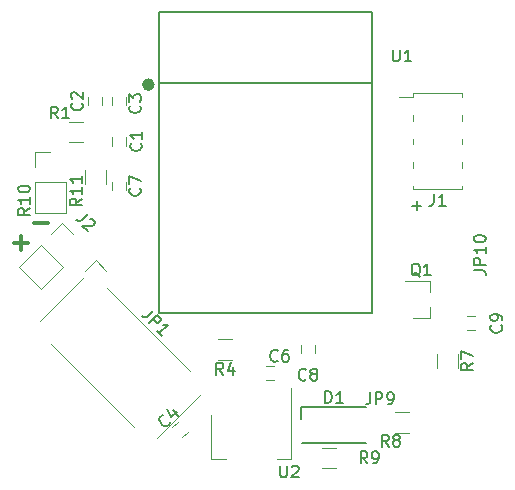
<source format=gbr>
G04 #@! TF.GenerationSoftware,KiCad,Pcbnew,no-vcs-found-33e0758~58~ubuntu16.04.1*
G04 #@! TF.CreationDate,2018-05-09T13:31:26+02:00*
G04 #@! TF.ProjectId,dropbuzzer,64726F7062757A7A65722E6B69636164,rev?*
G04 #@! TF.FileFunction,Legend,Top*
G04 #@! TF.FilePolarity,Positive*
%FSLAX46Y46*%
G04 Gerber Fmt 4.6, Leading zero omitted, Abs format (unit mm)*
G04 Created by KiCad (PCBNEW no-vcs-found-33e0758~58~ubuntu16.04.1) date Wed May  9 13:31:26 2018*
%MOMM*%
%LPD*%
G01*
G04 APERTURE LIST*
%ADD10C,0.100000*%
%ADD11C,0.300000*%
%ADD12C,0.120000*%
%ADD13C,0.500000*%
%ADD14C,0.150000*%
G04 APERTURE END LIST*
D10*
D11*
X99628571Y-80707142D02*
X100771428Y-80707142D01*
X98492857Y-81828571D02*
X98492857Y-82971428D01*
X97921428Y-82400000D02*
X99064285Y-82400000D01*
D12*
X99670000Y-74670000D02*
X101000000Y-74670000D01*
X99670000Y-76000000D02*
X99670000Y-74670000D01*
X99670000Y-77270000D02*
X102330000Y-77270000D01*
X102330000Y-77270000D02*
X102330000Y-79870000D01*
X99670000Y-77270000D02*
X99670000Y-79870000D01*
X99670000Y-79870000D02*
X102330000Y-79870000D01*
D13*
X109577981Y-68996000D02*
G75*
G03X109577981Y-68996000I-283981J0D01*
G01*
D14*
X128200000Y-68850000D02*
X110200000Y-68850000D01*
X110200000Y-62850000D02*
X110200000Y-88350000D01*
X128200000Y-62850000D02*
X128200000Y-88350000D01*
X128200000Y-88350000D02*
X110200000Y-88350000D01*
X128200000Y-62850000D02*
X110200000Y-62850000D01*
D12*
X135860000Y-75560000D02*
X135860000Y-76040000D01*
X131740000Y-75560000D02*
X131740000Y-76040000D01*
X135860000Y-73560000D02*
X135860000Y-74040000D01*
X131740000Y-73560000D02*
X131740000Y-74040000D01*
X135860000Y-71560000D02*
X135860000Y-72040000D01*
X131740000Y-71560000D02*
X131740000Y-72040000D01*
X135860000Y-77560000D02*
X135860000Y-77860000D01*
X131740000Y-77560000D02*
X131740000Y-77860000D01*
X135860000Y-69740000D02*
X135860000Y-70040000D01*
X131740000Y-69740000D02*
X131740000Y-70040000D01*
X130485000Y-70040000D02*
X131740000Y-70040000D01*
X131740000Y-77860000D02*
X135860000Y-77860000D01*
X131740000Y-69740000D02*
X135860000Y-69740000D01*
X107400000Y-73450000D02*
X107400000Y-74150000D01*
X106200000Y-74150000D02*
X106200000Y-73450000D01*
X105400000Y-70050000D02*
X105400000Y-70750000D01*
X104200000Y-70750000D02*
X104200000Y-70050000D01*
X106200000Y-70750000D02*
X106200000Y-70050000D01*
X107400000Y-70050000D02*
X107400000Y-70750000D01*
X111328249Y-98023223D02*
X111823223Y-97528249D01*
X112671751Y-98376777D02*
X112176777Y-98871751D01*
X119250000Y-92800000D02*
X119950000Y-92800000D01*
X119950000Y-94000000D02*
X119250000Y-94000000D01*
X107400000Y-77250000D02*
X107400000Y-77950000D01*
X106200000Y-77950000D02*
X106200000Y-77250000D01*
X123400000Y-91050000D02*
X123400000Y-91750000D01*
X122200000Y-91750000D02*
X122200000Y-91050000D01*
X136250000Y-88600000D02*
X136950000Y-88600000D01*
X136950000Y-89800000D02*
X136250000Y-89800000D01*
D14*
X122200000Y-97300000D02*
X122200000Y-96300000D01*
X127700000Y-96300000D02*
X122200000Y-96300000D01*
X127700000Y-99300000D02*
X122300000Y-99300000D01*
D12*
X102000000Y-80719096D02*
X102940452Y-81659548D01*
X101059548Y-81659548D02*
X102000000Y-80719096D01*
X100161522Y-82557574D02*
X102042426Y-84438478D01*
X102042426Y-84438478D02*
X100203949Y-86276955D01*
X100161522Y-82557574D02*
X98323045Y-84396051D01*
X98323045Y-84396051D02*
X100203949Y-86276955D01*
X113732769Y-95195153D02*
X110055813Y-98872109D01*
X100156319Y-88972614D02*
X103833274Y-85295659D01*
X105813173Y-86214897D02*
X112813530Y-93215254D01*
X108075914Y-97952870D02*
X101075557Y-90952513D01*
X103903984Y-84800684D02*
X104823223Y-83881445D01*
X104823223Y-83881445D02*
X105742462Y-84800684D01*
X133160000Y-88780000D02*
X131700000Y-88780000D01*
X133160000Y-85620000D02*
X131000000Y-85620000D01*
X133160000Y-85620000D02*
X133160000Y-86550000D01*
X133160000Y-88780000D02*
X133160000Y-87850000D01*
X102600000Y-72120000D02*
X103800000Y-72120000D01*
X103800000Y-73880000D02*
X102600000Y-73880000D01*
X115200000Y-90520000D02*
X116400000Y-90520000D01*
X116400000Y-92280000D02*
X115200000Y-92280000D01*
X135480000Y-91800000D02*
X135480000Y-93000000D01*
X133720000Y-93000000D02*
X133720000Y-91800000D01*
X130200000Y-96720000D02*
X131400000Y-96720000D01*
X131400000Y-98480000D02*
X130200000Y-98480000D01*
X125200000Y-101480000D02*
X124000000Y-101480000D01*
X124000000Y-99720000D02*
X125200000Y-99720000D01*
X105680000Y-76200000D02*
X105680000Y-77400000D01*
X103920000Y-77400000D02*
X103920000Y-76200000D01*
X121410000Y-94700000D02*
X121410000Y-100710000D01*
X114590000Y-96950000D02*
X114590000Y-100710000D01*
X121410000Y-100710000D02*
X120150000Y-100710000D01*
X114590000Y-100710000D02*
X115850000Y-100710000D01*
D14*
X99252380Y-79442857D02*
X98776190Y-79776190D01*
X99252380Y-80014285D02*
X98252380Y-80014285D01*
X98252380Y-79633333D01*
X98300000Y-79538095D01*
X98347619Y-79490476D01*
X98442857Y-79442857D01*
X98585714Y-79442857D01*
X98680952Y-79490476D01*
X98728571Y-79538095D01*
X98776190Y-79633333D01*
X98776190Y-80014285D01*
X99252380Y-78490476D02*
X99252380Y-79061904D01*
X99252380Y-78776190D02*
X98252380Y-78776190D01*
X98395238Y-78871428D01*
X98490476Y-78966666D01*
X98538095Y-79061904D01*
X98252380Y-77871428D02*
X98252380Y-77776190D01*
X98300000Y-77680952D01*
X98347619Y-77633333D01*
X98442857Y-77585714D01*
X98633333Y-77538095D01*
X98871428Y-77538095D01*
X99061904Y-77585714D01*
X99157142Y-77633333D01*
X99204761Y-77680952D01*
X99252380Y-77776190D01*
X99252380Y-77871428D01*
X99204761Y-77966666D01*
X99157142Y-78014285D01*
X99061904Y-78061904D01*
X98871428Y-78109523D01*
X98633333Y-78109523D01*
X98442857Y-78061904D01*
X98347619Y-78014285D01*
X98300000Y-77966666D01*
X98252380Y-77871428D01*
X129995095Y-66035380D02*
X129995095Y-66844904D01*
X130042714Y-66940142D01*
X130090333Y-66987761D01*
X130185571Y-67035380D01*
X130376047Y-67035380D01*
X130471285Y-66987761D01*
X130518904Y-66940142D01*
X130566523Y-66844904D01*
X130566523Y-66035380D01*
X131566523Y-67035380D02*
X130995095Y-67035380D01*
X131280809Y-67035380D02*
X131280809Y-66035380D01*
X131185571Y-66178238D01*
X131090333Y-66273476D01*
X130995095Y-66321095D01*
X133466666Y-78252380D02*
X133466666Y-78966666D01*
X133419047Y-79109523D01*
X133323809Y-79204761D01*
X133180952Y-79252380D01*
X133085714Y-79252380D01*
X134466666Y-79252380D02*
X133895238Y-79252380D01*
X134180952Y-79252380D02*
X134180952Y-78252380D01*
X134085714Y-78395238D01*
X133990476Y-78490476D01*
X133895238Y-78538095D01*
X131619047Y-79271428D02*
X132380952Y-79271428D01*
X132000000Y-79652380D02*
X132000000Y-78890476D01*
X108657142Y-73966666D02*
X108704761Y-74014285D01*
X108752380Y-74157142D01*
X108752380Y-74252380D01*
X108704761Y-74395238D01*
X108609523Y-74490476D01*
X108514285Y-74538095D01*
X108323809Y-74585714D01*
X108180952Y-74585714D01*
X107990476Y-74538095D01*
X107895238Y-74490476D01*
X107800000Y-74395238D01*
X107752380Y-74252380D01*
X107752380Y-74157142D01*
X107800000Y-74014285D01*
X107847619Y-73966666D01*
X108752380Y-73014285D02*
X108752380Y-73585714D01*
X108752380Y-73300000D02*
X107752380Y-73300000D01*
X107895238Y-73395238D01*
X107990476Y-73490476D01*
X108038095Y-73585714D01*
X103657142Y-70566666D02*
X103704761Y-70614285D01*
X103752380Y-70757142D01*
X103752380Y-70852380D01*
X103704761Y-70995238D01*
X103609523Y-71090476D01*
X103514285Y-71138095D01*
X103323809Y-71185714D01*
X103180952Y-71185714D01*
X102990476Y-71138095D01*
X102895238Y-71090476D01*
X102800000Y-70995238D01*
X102752380Y-70852380D01*
X102752380Y-70757142D01*
X102800000Y-70614285D01*
X102847619Y-70566666D01*
X102847619Y-70185714D02*
X102800000Y-70138095D01*
X102752380Y-70042857D01*
X102752380Y-69804761D01*
X102800000Y-69709523D01*
X102847619Y-69661904D01*
X102942857Y-69614285D01*
X103038095Y-69614285D01*
X103180952Y-69661904D01*
X103752380Y-70233333D01*
X103752380Y-69614285D01*
X108557142Y-70766666D02*
X108604761Y-70814285D01*
X108652380Y-70957142D01*
X108652380Y-71052380D01*
X108604761Y-71195238D01*
X108509523Y-71290476D01*
X108414285Y-71338095D01*
X108223809Y-71385714D01*
X108080952Y-71385714D01*
X107890476Y-71338095D01*
X107795238Y-71290476D01*
X107700000Y-71195238D01*
X107652380Y-71052380D01*
X107652380Y-70957142D01*
X107700000Y-70814285D01*
X107747619Y-70766666D01*
X107652380Y-70433333D02*
X107652380Y-69814285D01*
X108033333Y-70147619D01*
X108033333Y-70004761D01*
X108080952Y-69909523D01*
X108128571Y-69861904D01*
X108223809Y-69814285D01*
X108461904Y-69814285D01*
X108557142Y-69861904D01*
X108604761Y-69909523D01*
X108652380Y-70004761D01*
X108652380Y-70290476D01*
X108604761Y-70385714D01*
X108557142Y-70433333D01*
X111144738Y-97580440D02*
X111144738Y-97647783D01*
X111077394Y-97782470D01*
X111010051Y-97849814D01*
X110875363Y-97917157D01*
X110740676Y-97917157D01*
X110639661Y-97883486D01*
X110471302Y-97782470D01*
X110370287Y-97681455D01*
X110269272Y-97513096D01*
X110235600Y-97412081D01*
X110235600Y-97277394D01*
X110302944Y-97142707D01*
X110370287Y-97075363D01*
X110504974Y-97008020D01*
X110572318Y-97008020D01*
X111346768Y-96570287D02*
X111818173Y-97041692D01*
X110909035Y-96469272D02*
X111245753Y-97142707D01*
X111683486Y-96704974D01*
X120233333Y-92357142D02*
X120185714Y-92404761D01*
X120042857Y-92452380D01*
X119947619Y-92452380D01*
X119804761Y-92404761D01*
X119709523Y-92309523D01*
X119661904Y-92214285D01*
X119614285Y-92023809D01*
X119614285Y-91880952D01*
X119661904Y-91690476D01*
X119709523Y-91595238D01*
X119804761Y-91500000D01*
X119947619Y-91452380D01*
X120042857Y-91452380D01*
X120185714Y-91500000D01*
X120233333Y-91547619D01*
X121090476Y-91452380D02*
X120900000Y-91452380D01*
X120804761Y-91500000D01*
X120757142Y-91547619D01*
X120661904Y-91690476D01*
X120614285Y-91880952D01*
X120614285Y-92261904D01*
X120661904Y-92357142D01*
X120709523Y-92404761D01*
X120804761Y-92452380D01*
X120995238Y-92452380D01*
X121090476Y-92404761D01*
X121138095Y-92357142D01*
X121185714Y-92261904D01*
X121185714Y-92023809D01*
X121138095Y-91928571D01*
X121090476Y-91880952D01*
X120995238Y-91833333D01*
X120804761Y-91833333D01*
X120709523Y-91880952D01*
X120661904Y-91928571D01*
X120614285Y-92023809D01*
X108557142Y-77766666D02*
X108604761Y-77814285D01*
X108652380Y-77957142D01*
X108652380Y-78052380D01*
X108604761Y-78195238D01*
X108509523Y-78290476D01*
X108414285Y-78338095D01*
X108223809Y-78385714D01*
X108080952Y-78385714D01*
X107890476Y-78338095D01*
X107795238Y-78290476D01*
X107700000Y-78195238D01*
X107652380Y-78052380D01*
X107652380Y-77957142D01*
X107700000Y-77814285D01*
X107747619Y-77766666D01*
X107652380Y-77433333D02*
X107652380Y-76766666D01*
X108652380Y-77195238D01*
X122633333Y-93957142D02*
X122585714Y-94004761D01*
X122442857Y-94052380D01*
X122347619Y-94052380D01*
X122204761Y-94004761D01*
X122109523Y-93909523D01*
X122061904Y-93814285D01*
X122014285Y-93623809D01*
X122014285Y-93480952D01*
X122061904Y-93290476D01*
X122109523Y-93195238D01*
X122204761Y-93100000D01*
X122347619Y-93052380D01*
X122442857Y-93052380D01*
X122585714Y-93100000D01*
X122633333Y-93147619D01*
X123204761Y-93480952D02*
X123109523Y-93433333D01*
X123061904Y-93385714D01*
X123014285Y-93290476D01*
X123014285Y-93242857D01*
X123061904Y-93147619D01*
X123109523Y-93100000D01*
X123204761Y-93052380D01*
X123395238Y-93052380D01*
X123490476Y-93100000D01*
X123538095Y-93147619D01*
X123585714Y-93242857D01*
X123585714Y-93290476D01*
X123538095Y-93385714D01*
X123490476Y-93433333D01*
X123395238Y-93480952D01*
X123204761Y-93480952D01*
X123109523Y-93528571D01*
X123061904Y-93576190D01*
X123014285Y-93671428D01*
X123014285Y-93861904D01*
X123061904Y-93957142D01*
X123109523Y-94004761D01*
X123204761Y-94052380D01*
X123395238Y-94052380D01*
X123490476Y-94004761D01*
X123538095Y-93957142D01*
X123585714Y-93861904D01*
X123585714Y-93671428D01*
X123538095Y-93576190D01*
X123490476Y-93528571D01*
X123395238Y-93480952D01*
X139157142Y-89366666D02*
X139204761Y-89414285D01*
X139252380Y-89557142D01*
X139252380Y-89652380D01*
X139204761Y-89795238D01*
X139109523Y-89890476D01*
X139014285Y-89938095D01*
X138823809Y-89985714D01*
X138680952Y-89985714D01*
X138490476Y-89938095D01*
X138395238Y-89890476D01*
X138300000Y-89795238D01*
X138252380Y-89652380D01*
X138252380Y-89557142D01*
X138300000Y-89414285D01*
X138347619Y-89366666D01*
X139252380Y-88890476D02*
X139252380Y-88700000D01*
X139204761Y-88604761D01*
X139157142Y-88557142D01*
X139014285Y-88461904D01*
X138823809Y-88414285D01*
X138442857Y-88414285D01*
X138347619Y-88461904D01*
X138300000Y-88509523D01*
X138252380Y-88604761D01*
X138252380Y-88795238D01*
X138300000Y-88890476D01*
X138347619Y-88938095D01*
X138442857Y-88985714D01*
X138680952Y-88985714D01*
X138776190Y-88938095D01*
X138823809Y-88890476D01*
X138871428Y-88795238D01*
X138871428Y-88604761D01*
X138823809Y-88509523D01*
X138776190Y-88461904D01*
X138680952Y-88414285D01*
X124261904Y-95952380D02*
X124261904Y-94952380D01*
X124500000Y-94952380D01*
X124642857Y-95000000D01*
X124738095Y-95095238D01*
X124785714Y-95190476D01*
X124833333Y-95380952D01*
X124833333Y-95523809D01*
X124785714Y-95714285D01*
X124738095Y-95809523D01*
X124642857Y-95904761D01*
X124500000Y-95952380D01*
X124261904Y-95952380D01*
X125785714Y-95952380D02*
X125214285Y-95952380D01*
X125500000Y-95952380D02*
X125500000Y-94952380D01*
X125404761Y-95095238D01*
X125309523Y-95190476D01*
X125214285Y-95238095D01*
X104151522Y-79977072D02*
X103646446Y-80482148D01*
X103511759Y-80549492D01*
X103377072Y-80549492D01*
X103242385Y-80482148D01*
X103175042Y-80414805D01*
X104387225Y-80347461D02*
X104454568Y-80347461D01*
X104555583Y-80381133D01*
X104723942Y-80549492D01*
X104757614Y-80650507D01*
X104757614Y-80717851D01*
X104723942Y-80818866D01*
X104656599Y-80886209D01*
X104521912Y-80953553D01*
X103713790Y-80953553D01*
X104151522Y-81391286D01*
X109712361Y-88137554D02*
X109207285Y-88642630D01*
X109072598Y-88709973D01*
X108937911Y-88709973D01*
X108803224Y-88642630D01*
X108735880Y-88575286D01*
X109341972Y-89181378D02*
X110049079Y-88474271D01*
X110318453Y-88743645D01*
X110352124Y-88844660D01*
X110352124Y-88912004D01*
X110318453Y-89013019D01*
X110217437Y-89114035D01*
X110116422Y-89147706D01*
X110049079Y-89147706D01*
X109948063Y-89114035D01*
X109678689Y-88844660D01*
X110419468Y-90258874D02*
X110015407Y-89854813D01*
X110217437Y-90056844D02*
X110924544Y-89349737D01*
X110756185Y-89383409D01*
X110621498Y-89383409D01*
X110520483Y-89349737D01*
X128066666Y-95052380D02*
X128066666Y-95766666D01*
X128019047Y-95909523D01*
X127923809Y-96004761D01*
X127780952Y-96052380D01*
X127685714Y-96052380D01*
X128542857Y-96052380D02*
X128542857Y-95052380D01*
X128923809Y-95052380D01*
X129019047Y-95100000D01*
X129066666Y-95147619D01*
X129114285Y-95242857D01*
X129114285Y-95385714D01*
X129066666Y-95480952D01*
X129019047Y-95528571D01*
X128923809Y-95576190D01*
X128542857Y-95576190D01*
X129590476Y-96052380D02*
X129780952Y-96052380D01*
X129876190Y-96004761D01*
X129923809Y-95957142D01*
X130019047Y-95814285D01*
X130066666Y-95623809D01*
X130066666Y-95242857D01*
X130019047Y-95147619D01*
X129971428Y-95100000D01*
X129876190Y-95052380D01*
X129685714Y-95052380D01*
X129590476Y-95100000D01*
X129542857Y-95147619D01*
X129495238Y-95242857D01*
X129495238Y-95480952D01*
X129542857Y-95576190D01*
X129590476Y-95623809D01*
X129685714Y-95671428D01*
X129876190Y-95671428D01*
X129971428Y-95623809D01*
X130019047Y-95576190D01*
X130066666Y-95480952D01*
X136852380Y-84709523D02*
X137566666Y-84709523D01*
X137709523Y-84757142D01*
X137804761Y-84852380D01*
X137852380Y-84995238D01*
X137852380Y-85090476D01*
X137852380Y-84233333D02*
X136852380Y-84233333D01*
X136852380Y-83852380D01*
X136900000Y-83757142D01*
X136947619Y-83709523D01*
X137042857Y-83661904D01*
X137185714Y-83661904D01*
X137280952Y-83709523D01*
X137328571Y-83757142D01*
X137376190Y-83852380D01*
X137376190Y-84233333D01*
X137852380Y-82709523D02*
X137852380Y-83280952D01*
X137852380Y-82995238D02*
X136852380Y-82995238D01*
X136995238Y-83090476D01*
X137090476Y-83185714D01*
X137138095Y-83280952D01*
X136852380Y-82090476D02*
X136852380Y-81995238D01*
X136900000Y-81900000D01*
X136947619Y-81852380D01*
X137042857Y-81804761D01*
X137233333Y-81757142D01*
X137471428Y-81757142D01*
X137661904Y-81804761D01*
X137757142Y-81852380D01*
X137804761Y-81900000D01*
X137852380Y-81995238D01*
X137852380Y-82090476D01*
X137804761Y-82185714D01*
X137757142Y-82233333D01*
X137661904Y-82280952D01*
X137471428Y-82328571D01*
X137233333Y-82328571D01*
X137042857Y-82280952D01*
X136947619Y-82233333D01*
X136900000Y-82185714D01*
X136852380Y-82090476D01*
X132304761Y-85247619D02*
X132209523Y-85200000D01*
X132114285Y-85104761D01*
X131971428Y-84961904D01*
X131876190Y-84914285D01*
X131780952Y-84914285D01*
X131828571Y-85152380D02*
X131733333Y-85104761D01*
X131638095Y-85009523D01*
X131590476Y-84819047D01*
X131590476Y-84485714D01*
X131638095Y-84295238D01*
X131733333Y-84200000D01*
X131828571Y-84152380D01*
X132019047Y-84152380D01*
X132114285Y-84200000D01*
X132209523Y-84295238D01*
X132257142Y-84485714D01*
X132257142Y-84819047D01*
X132209523Y-85009523D01*
X132114285Y-85104761D01*
X132019047Y-85152380D01*
X131828571Y-85152380D01*
X133209523Y-85152380D02*
X132638095Y-85152380D01*
X132923809Y-85152380D02*
X132923809Y-84152380D01*
X132828571Y-84295238D01*
X132733333Y-84390476D01*
X132638095Y-84438095D01*
X101633333Y-71852380D02*
X101300000Y-71376190D01*
X101061904Y-71852380D02*
X101061904Y-70852380D01*
X101442857Y-70852380D01*
X101538095Y-70900000D01*
X101585714Y-70947619D01*
X101633333Y-71042857D01*
X101633333Y-71185714D01*
X101585714Y-71280952D01*
X101538095Y-71328571D01*
X101442857Y-71376190D01*
X101061904Y-71376190D01*
X102585714Y-71852380D02*
X102014285Y-71852380D01*
X102300000Y-71852380D02*
X102300000Y-70852380D01*
X102204761Y-70995238D01*
X102109523Y-71090476D01*
X102014285Y-71138095D01*
X115633333Y-93552380D02*
X115300000Y-93076190D01*
X115061904Y-93552380D02*
X115061904Y-92552380D01*
X115442857Y-92552380D01*
X115538095Y-92600000D01*
X115585714Y-92647619D01*
X115633333Y-92742857D01*
X115633333Y-92885714D01*
X115585714Y-92980952D01*
X115538095Y-93028571D01*
X115442857Y-93076190D01*
X115061904Y-93076190D01*
X116490476Y-92885714D02*
X116490476Y-93552380D01*
X116252380Y-92504761D02*
X116014285Y-93219047D01*
X116633333Y-93219047D01*
X136752380Y-92566666D02*
X136276190Y-92900000D01*
X136752380Y-93138095D02*
X135752380Y-93138095D01*
X135752380Y-92757142D01*
X135800000Y-92661904D01*
X135847619Y-92614285D01*
X135942857Y-92566666D01*
X136085714Y-92566666D01*
X136180952Y-92614285D01*
X136228571Y-92661904D01*
X136276190Y-92757142D01*
X136276190Y-93138095D01*
X135752380Y-92233333D02*
X135752380Y-91566666D01*
X136752380Y-91995238D01*
X129633333Y-99652380D02*
X129300000Y-99176190D01*
X129061904Y-99652380D02*
X129061904Y-98652380D01*
X129442857Y-98652380D01*
X129538095Y-98700000D01*
X129585714Y-98747619D01*
X129633333Y-98842857D01*
X129633333Y-98985714D01*
X129585714Y-99080952D01*
X129538095Y-99128571D01*
X129442857Y-99176190D01*
X129061904Y-99176190D01*
X130204761Y-99080952D02*
X130109523Y-99033333D01*
X130061904Y-98985714D01*
X130014285Y-98890476D01*
X130014285Y-98842857D01*
X130061904Y-98747619D01*
X130109523Y-98700000D01*
X130204761Y-98652380D01*
X130395238Y-98652380D01*
X130490476Y-98700000D01*
X130538095Y-98747619D01*
X130585714Y-98842857D01*
X130585714Y-98890476D01*
X130538095Y-98985714D01*
X130490476Y-99033333D01*
X130395238Y-99080952D01*
X130204761Y-99080952D01*
X130109523Y-99128571D01*
X130061904Y-99176190D01*
X130014285Y-99271428D01*
X130014285Y-99461904D01*
X130061904Y-99557142D01*
X130109523Y-99604761D01*
X130204761Y-99652380D01*
X130395238Y-99652380D01*
X130490476Y-99604761D01*
X130538095Y-99557142D01*
X130585714Y-99461904D01*
X130585714Y-99271428D01*
X130538095Y-99176190D01*
X130490476Y-99128571D01*
X130395238Y-99080952D01*
X127833333Y-101052380D02*
X127500000Y-100576190D01*
X127261904Y-101052380D02*
X127261904Y-100052380D01*
X127642857Y-100052380D01*
X127738095Y-100100000D01*
X127785714Y-100147619D01*
X127833333Y-100242857D01*
X127833333Y-100385714D01*
X127785714Y-100480952D01*
X127738095Y-100528571D01*
X127642857Y-100576190D01*
X127261904Y-100576190D01*
X128309523Y-101052380D02*
X128500000Y-101052380D01*
X128595238Y-101004761D01*
X128642857Y-100957142D01*
X128738095Y-100814285D01*
X128785714Y-100623809D01*
X128785714Y-100242857D01*
X128738095Y-100147619D01*
X128690476Y-100100000D01*
X128595238Y-100052380D01*
X128404761Y-100052380D01*
X128309523Y-100100000D01*
X128261904Y-100147619D01*
X128214285Y-100242857D01*
X128214285Y-100480952D01*
X128261904Y-100576190D01*
X128309523Y-100623809D01*
X128404761Y-100671428D01*
X128595238Y-100671428D01*
X128690476Y-100623809D01*
X128738095Y-100576190D01*
X128785714Y-100480952D01*
X103652380Y-78642857D02*
X103176190Y-78976190D01*
X103652380Y-79214285D02*
X102652380Y-79214285D01*
X102652380Y-78833333D01*
X102700000Y-78738095D01*
X102747619Y-78690476D01*
X102842857Y-78642857D01*
X102985714Y-78642857D01*
X103080952Y-78690476D01*
X103128571Y-78738095D01*
X103176190Y-78833333D01*
X103176190Y-79214285D01*
X103652380Y-77690476D02*
X103652380Y-78261904D01*
X103652380Y-77976190D02*
X102652380Y-77976190D01*
X102795238Y-78071428D01*
X102890476Y-78166666D01*
X102938095Y-78261904D01*
X103652380Y-76738095D02*
X103652380Y-77309523D01*
X103652380Y-77023809D02*
X102652380Y-77023809D01*
X102795238Y-77119047D01*
X102890476Y-77214285D01*
X102938095Y-77309523D01*
X120438095Y-101252380D02*
X120438095Y-102061904D01*
X120485714Y-102157142D01*
X120533333Y-102204761D01*
X120628571Y-102252380D01*
X120819047Y-102252380D01*
X120914285Y-102204761D01*
X120961904Y-102157142D01*
X121009523Y-102061904D01*
X121009523Y-101252380D01*
X121438095Y-101347619D02*
X121485714Y-101300000D01*
X121580952Y-101252380D01*
X121819047Y-101252380D01*
X121914285Y-101300000D01*
X121961904Y-101347619D01*
X122009523Y-101442857D01*
X122009523Y-101538095D01*
X121961904Y-101680952D01*
X121390476Y-102252380D01*
X122009523Y-102252380D01*
M02*

</source>
